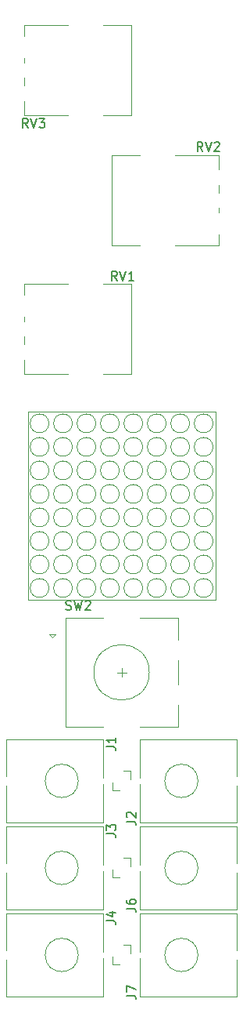
<source format=gbr>
G04 #@! TF.GenerationSoftware,KiCad,Pcbnew,(5.1.5)-3*
G04 #@! TF.CreationDate,2020-03-27T15:51:16+00:00*
G04 #@! TF.ProjectId,wagyu,77616779-752e-46b6-9963-61645f706362,rev?*
G04 #@! TF.SameCoordinates,Original*
G04 #@! TF.FileFunction,Legend,Top*
G04 #@! TF.FilePolarity,Positive*
%FSLAX46Y46*%
G04 Gerber Fmt 4.6, Leading zero omitted, Abs format (unit mm)*
G04 Created by KiCad (PCBNEW (5.1.5)-3) date 2020-03-27 15:51:16*
%MOMM*%
%LPD*%
G04 APERTURE LIST*
%ADD10C,0.120000*%
%ADD11C,0.150000*%
G04 APERTURE END LIST*
D10*
X41107000Y-96734000D02*
G75*
G03X41107000Y-96734000I-3000000J0D01*
G01*
X40107000Y-90834000D02*
X44207000Y-90834000D01*
X44207000Y-102634000D02*
X40107000Y-102634000D01*
X36107000Y-102634000D02*
X32007000Y-102634000D01*
X36107000Y-90834000D02*
X32007000Y-90834000D01*
X32007000Y-90834000D02*
X32007000Y-102634000D01*
X30607000Y-92934000D02*
X30307000Y-92634000D01*
X30307000Y-92634000D02*
X30907000Y-92634000D01*
X30907000Y-92634000D02*
X30607000Y-92934000D01*
X44207000Y-90834000D02*
X44207000Y-93234000D01*
X44207000Y-95434000D02*
X44207000Y-98034000D01*
X44207000Y-100234000D02*
X44207000Y-102634000D01*
X38107000Y-96234000D02*
X38107000Y-97234000D01*
X37607000Y-96734000D02*
X38607000Y-96734000D01*
X30226000Y-69850000D02*
G75*
G03X30226000Y-69850000I-1016000J0D01*
G01*
X32766000Y-69850000D02*
G75*
G03X32766000Y-69850000I-1016000J0D01*
G01*
X35306000Y-69850000D02*
G75*
G03X35306000Y-69850000I-1016000J0D01*
G01*
X37846000Y-69850000D02*
G75*
G03X37846000Y-69850000I-1016000J0D01*
G01*
X40386000Y-69850000D02*
G75*
G03X40386000Y-69850000I-1016000J0D01*
G01*
X42926000Y-69850000D02*
G75*
G03X42926000Y-69850000I-1016000J0D01*
G01*
X45466000Y-69850000D02*
G75*
G03X45466000Y-69850000I-1016000J0D01*
G01*
X48006000Y-69850000D02*
G75*
G03X48006000Y-69850000I-1016000J0D01*
G01*
X30226000Y-72390000D02*
G75*
G03X30226000Y-72390000I-1016000J0D01*
G01*
X32766000Y-72390000D02*
G75*
G03X32766000Y-72390000I-1016000J0D01*
G01*
X35306000Y-72390000D02*
G75*
G03X35306000Y-72390000I-1016000J0D01*
G01*
X37846000Y-72390000D02*
G75*
G03X37846000Y-72390000I-1016000J0D01*
G01*
X40386000Y-72390000D02*
G75*
G03X40386000Y-72390000I-1016000J0D01*
G01*
X42926000Y-72390000D02*
G75*
G03X42926000Y-72390000I-1016000J0D01*
G01*
X45466000Y-72390000D02*
G75*
G03X45466000Y-72390000I-1016000J0D01*
G01*
X48006000Y-72390000D02*
G75*
G03X48006000Y-72390000I-1016000J0D01*
G01*
X30226000Y-74930000D02*
G75*
G03X30226000Y-74930000I-1016000J0D01*
G01*
X32766000Y-74930000D02*
G75*
G03X32766000Y-74930000I-1016000J0D01*
G01*
X35306000Y-74930000D02*
G75*
G03X35306000Y-74930000I-1016000J0D01*
G01*
X37846000Y-74930000D02*
G75*
G03X37846000Y-74930000I-1016000J0D01*
G01*
X40386000Y-74930000D02*
G75*
G03X40386000Y-74930000I-1016000J0D01*
G01*
X42926000Y-74930000D02*
G75*
G03X42926000Y-74930000I-1016000J0D01*
G01*
X45466000Y-74930000D02*
G75*
G03X45466000Y-74930000I-1016000J0D01*
G01*
X48006000Y-74930000D02*
G75*
G03X48006000Y-74930000I-1016000J0D01*
G01*
X30226000Y-77470000D02*
G75*
G03X30226000Y-77470000I-1016000J0D01*
G01*
X32766000Y-77470000D02*
G75*
G03X32766000Y-77470000I-1016000J0D01*
G01*
X35306000Y-77470000D02*
G75*
G03X35306000Y-77470000I-1016000J0D01*
G01*
X37846000Y-77470000D02*
G75*
G03X37846000Y-77470000I-1016000J0D01*
G01*
X40386000Y-77470000D02*
G75*
G03X40386000Y-77470000I-1016000J0D01*
G01*
X42926000Y-77470000D02*
G75*
G03X42926000Y-77470000I-1016000J0D01*
G01*
X45466000Y-77470000D02*
G75*
G03X45466000Y-77470000I-1016000J0D01*
G01*
X48006000Y-77470000D02*
G75*
G03X48006000Y-77470000I-1016000J0D01*
G01*
X30226000Y-80010000D02*
G75*
G03X30226000Y-80010000I-1016000J0D01*
G01*
X32766000Y-80010000D02*
G75*
G03X32766000Y-80010000I-1016000J0D01*
G01*
X35306000Y-80010000D02*
G75*
G03X35306000Y-80010000I-1016000J0D01*
G01*
X37846000Y-80010000D02*
G75*
G03X37846000Y-80010000I-1016000J0D01*
G01*
X40386000Y-80010000D02*
G75*
G03X40386000Y-80010000I-1016000J0D01*
G01*
X42926000Y-80010000D02*
G75*
G03X42926000Y-80010000I-1016000J0D01*
G01*
X45466000Y-80010000D02*
G75*
G03X45466000Y-80010000I-1016000J0D01*
G01*
X48006000Y-80010000D02*
G75*
G03X48006000Y-80010000I-1016000J0D01*
G01*
X30226000Y-82550000D02*
G75*
G03X30226000Y-82550000I-1016000J0D01*
G01*
X32766000Y-82550000D02*
G75*
G03X32766000Y-82550000I-1016000J0D01*
G01*
X35306000Y-82550000D02*
G75*
G03X35306000Y-82550000I-1016000J0D01*
G01*
X37846000Y-82550000D02*
G75*
G03X37846000Y-82550000I-1016000J0D01*
G01*
X40386000Y-82550000D02*
G75*
G03X40386000Y-82550000I-1016000J0D01*
G01*
X42926000Y-82550000D02*
G75*
G03X42926000Y-82550000I-1016000J0D01*
G01*
X45466000Y-82550000D02*
G75*
G03X45466000Y-82550000I-1016000J0D01*
G01*
X48006000Y-82550000D02*
G75*
G03X48006000Y-82550000I-1016000J0D01*
G01*
X30226000Y-85090000D02*
G75*
G03X30226000Y-85090000I-1016000J0D01*
G01*
X32766000Y-85090000D02*
G75*
G03X32766000Y-85090000I-1016000J0D01*
G01*
X35306000Y-85090000D02*
G75*
G03X35306000Y-85090000I-1016000J0D01*
G01*
X37846000Y-85090000D02*
G75*
G03X37846000Y-85090000I-1016000J0D01*
G01*
X40386000Y-85090000D02*
G75*
G03X40386000Y-85090000I-1016000J0D01*
G01*
X42926000Y-85090000D02*
G75*
G03X42926000Y-85090000I-1016000J0D01*
G01*
X45466000Y-85090000D02*
G75*
G03X45466000Y-85090000I-1016000J0D01*
G01*
X48006000Y-85090000D02*
G75*
G03X48006000Y-85090000I-1016000J0D01*
G01*
X30226000Y-87630000D02*
G75*
G03X30226000Y-87630000I-1016000J0D01*
G01*
X32766000Y-87630000D02*
G75*
G03X32766000Y-87630000I-1016000J0D01*
G01*
X35306000Y-87630000D02*
G75*
G03X35306000Y-87630000I-1016000J0D01*
G01*
X37846000Y-87630000D02*
G75*
G03X37846000Y-87630000I-1016000J0D01*
G01*
X40386000Y-87630000D02*
G75*
G03X40386000Y-87630000I-1016000J0D01*
G01*
X42926000Y-87630000D02*
G75*
G03X42926000Y-87630000I-1016000J0D01*
G01*
X45466000Y-87630000D02*
G75*
G03X45466000Y-87630000I-1016000J0D01*
G01*
X48006000Y-87630000D02*
G75*
G03X48006000Y-87630000I-1016000J0D01*
G01*
X27940000Y-68580000D02*
X48260000Y-68580000D01*
X48260000Y-68580000D02*
X48260000Y-88900000D01*
X48260000Y-88900000D02*
X27940000Y-88900000D01*
X27940000Y-88900000D02*
X27940000Y-68580000D01*
X27550000Y-33370000D02*
X27550000Y-32540000D01*
X27550000Y-30920000D02*
X27550000Y-30390000D01*
X27550000Y-28020000D02*
X27550000Y-26840000D01*
X27550000Y-36580000D02*
X32270000Y-36580000D01*
X36080000Y-26840000D02*
X39140000Y-26840000D01*
X27550000Y-26830000D02*
X32270000Y-26830000D01*
X36080000Y-36580000D02*
X39140000Y-36580000D01*
X27550000Y-36580000D02*
X27550000Y-35090000D01*
X39140000Y-36580000D02*
X39140000Y-26840000D01*
X48650000Y-44100000D02*
X48650000Y-44930000D01*
X48650000Y-46550000D02*
X48650000Y-47080000D01*
X48650000Y-49450000D02*
X48650000Y-50630000D01*
X48650000Y-40890000D02*
X43930000Y-40890000D01*
X40120000Y-50630000D02*
X37060000Y-50630000D01*
X48650000Y-50640000D02*
X43930000Y-50640000D01*
X40120000Y-40890000D02*
X37060000Y-40890000D01*
X48650000Y-40890000D02*
X48650000Y-42380000D01*
X37060000Y-40890000D02*
X37060000Y-50630000D01*
X27550000Y-61310000D02*
X27550000Y-60480000D01*
X27550000Y-58860000D02*
X27550000Y-58330000D01*
X27550000Y-55960000D02*
X27550000Y-54780000D01*
X27550000Y-64520000D02*
X32270000Y-64520000D01*
X36080000Y-54780000D02*
X39140000Y-54780000D01*
X27550000Y-54770000D02*
X32270000Y-54770000D01*
X36080000Y-64520000D02*
X39140000Y-64520000D01*
X27550000Y-64520000D02*
X27550000Y-63030000D01*
X39140000Y-64520000D02*
X39140000Y-54780000D01*
X37100000Y-128314000D02*
X37100000Y-127454000D01*
X37100000Y-128314000D02*
X37900000Y-128314000D01*
X46380000Y-127254000D02*
G75*
G03X46380000Y-127254000I-1800000J0D01*
G01*
X40080000Y-127604000D02*
X40080000Y-131754000D01*
X40080000Y-122754000D02*
X40080000Y-126904000D01*
X50580000Y-127754000D02*
X50580000Y-131754000D01*
X50580000Y-122754000D02*
X50580000Y-126754000D01*
X40080000Y-122754000D02*
X50580000Y-122754000D01*
X40080000Y-131754000D02*
X50580000Y-131754000D01*
X37100000Y-118916000D02*
X37100000Y-118056000D01*
X37100000Y-118916000D02*
X37900000Y-118916000D01*
X46380000Y-117856000D02*
G75*
G03X46380000Y-117856000I-1800000J0D01*
G01*
X40080000Y-118206000D02*
X40080000Y-122356000D01*
X40080000Y-113356000D02*
X40080000Y-117506000D01*
X50580000Y-118356000D02*
X50580000Y-122356000D01*
X50580000Y-113356000D02*
X50580000Y-117356000D01*
X40080000Y-113356000D02*
X50580000Y-113356000D01*
X40080000Y-122356000D02*
X50580000Y-122356000D01*
X39100000Y-126194000D02*
X39100000Y-127054000D01*
X39100000Y-126194000D02*
X38300000Y-126194000D01*
X33420000Y-127254000D02*
G75*
G03X33420000Y-127254000I-1800000J0D01*
G01*
X36120000Y-126904000D02*
X36120000Y-122754000D01*
X36120000Y-131754000D02*
X36120000Y-127604000D01*
X25620000Y-126754000D02*
X25620000Y-122754000D01*
X25620000Y-131754000D02*
X25620000Y-127754000D01*
X36120000Y-131754000D02*
X25620000Y-131754000D01*
X36120000Y-122754000D02*
X25620000Y-122754000D01*
X39100000Y-116796000D02*
X39100000Y-117656000D01*
X39100000Y-116796000D02*
X38300000Y-116796000D01*
X33420000Y-117856000D02*
G75*
G03X33420000Y-117856000I-1800000J0D01*
G01*
X36120000Y-117506000D02*
X36120000Y-113356000D01*
X36120000Y-122356000D02*
X36120000Y-118206000D01*
X25620000Y-117356000D02*
X25620000Y-113356000D01*
X25620000Y-122356000D02*
X25620000Y-118356000D01*
X36120000Y-122356000D02*
X25620000Y-122356000D01*
X36120000Y-113356000D02*
X25620000Y-113356000D01*
X37100000Y-109518000D02*
X37100000Y-108658000D01*
X37100000Y-109518000D02*
X37900000Y-109518000D01*
X46380000Y-108458000D02*
G75*
G03X46380000Y-108458000I-1800000J0D01*
G01*
X40080000Y-108808000D02*
X40080000Y-112958000D01*
X40080000Y-103958000D02*
X40080000Y-108108000D01*
X50580000Y-108958000D02*
X50580000Y-112958000D01*
X50580000Y-103958000D02*
X50580000Y-107958000D01*
X40080000Y-103958000D02*
X50580000Y-103958000D01*
X40080000Y-112958000D02*
X50580000Y-112958000D01*
X39100000Y-107398000D02*
X39100000Y-108258000D01*
X39100000Y-107398000D02*
X38300000Y-107398000D01*
X33420000Y-108458000D02*
G75*
G03X33420000Y-108458000I-1800000J0D01*
G01*
X36120000Y-108108000D02*
X36120000Y-103958000D01*
X36120000Y-112958000D02*
X36120000Y-108808000D01*
X25620000Y-107958000D02*
X25620000Y-103958000D01*
X25620000Y-112958000D02*
X25620000Y-108958000D01*
X36120000Y-112958000D02*
X25620000Y-112958000D01*
X36120000Y-103958000D02*
X25620000Y-103958000D01*
D11*
X32073666Y-89938761D02*
X32216523Y-89986380D01*
X32454619Y-89986380D01*
X32549857Y-89938761D01*
X32597476Y-89891142D01*
X32645095Y-89795904D01*
X32645095Y-89700666D01*
X32597476Y-89605428D01*
X32549857Y-89557809D01*
X32454619Y-89510190D01*
X32264142Y-89462571D01*
X32168904Y-89414952D01*
X32121285Y-89367333D01*
X32073666Y-89272095D01*
X32073666Y-89176857D01*
X32121285Y-89081619D01*
X32168904Y-89034000D01*
X32264142Y-88986380D01*
X32502238Y-88986380D01*
X32645095Y-89034000D01*
X32978428Y-88986380D02*
X33216523Y-89986380D01*
X33407000Y-89272095D01*
X33597476Y-89986380D01*
X33835571Y-88986380D01*
X34168904Y-89081619D02*
X34216523Y-89034000D01*
X34311761Y-88986380D01*
X34549857Y-88986380D01*
X34645095Y-89034000D01*
X34692714Y-89081619D01*
X34740333Y-89176857D01*
X34740333Y-89272095D01*
X34692714Y-89414952D01*
X34121285Y-89986380D01*
X34740333Y-89986380D01*
X27979761Y-37917380D02*
X27646428Y-37441190D01*
X27408333Y-37917380D02*
X27408333Y-36917380D01*
X27789285Y-36917380D01*
X27884523Y-36965000D01*
X27932142Y-37012619D01*
X27979761Y-37107857D01*
X27979761Y-37250714D01*
X27932142Y-37345952D01*
X27884523Y-37393571D01*
X27789285Y-37441190D01*
X27408333Y-37441190D01*
X28265476Y-36917380D02*
X28598809Y-37917380D01*
X28932142Y-36917380D01*
X29170238Y-36917380D02*
X29789285Y-36917380D01*
X29455952Y-37298333D01*
X29598809Y-37298333D01*
X29694047Y-37345952D01*
X29741666Y-37393571D01*
X29789285Y-37488809D01*
X29789285Y-37726904D01*
X29741666Y-37822142D01*
X29694047Y-37869761D01*
X29598809Y-37917380D01*
X29313095Y-37917380D01*
X29217857Y-37869761D01*
X29170238Y-37822142D01*
X46902761Y-40457380D02*
X46569428Y-39981190D01*
X46331333Y-40457380D02*
X46331333Y-39457380D01*
X46712285Y-39457380D01*
X46807523Y-39505000D01*
X46855142Y-39552619D01*
X46902761Y-39647857D01*
X46902761Y-39790714D01*
X46855142Y-39885952D01*
X46807523Y-39933571D01*
X46712285Y-39981190D01*
X46331333Y-39981190D01*
X47188476Y-39457380D02*
X47521809Y-40457380D01*
X47855142Y-39457380D01*
X48140857Y-39552619D02*
X48188476Y-39505000D01*
X48283714Y-39457380D01*
X48521809Y-39457380D01*
X48617047Y-39505000D01*
X48664666Y-39552619D01*
X48712285Y-39647857D01*
X48712285Y-39743095D01*
X48664666Y-39885952D01*
X48093238Y-40457380D01*
X48712285Y-40457380D01*
X37631761Y-54427380D02*
X37298428Y-53951190D01*
X37060333Y-54427380D02*
X37060333Y-53427380D01*
X37441285Y-53427380D01*
X37536523Y-53475000D01*
X37584142Y-53522619D01*
X37631761Y-53617857D01*
X37631761Y-53760714D01*
X37584142Y-53855952D01*
X37536523Y-53903571D01*
X37441285Y-53951190D01*
X37060333Y-53951190D01*
X37917476Y-53427380D02*
X38250809Y-54427380D01*
X38584142Y-53427380D01*
X39441285Y-54427380D02*
X38869857Y-54427380D01*
X39155571Y-54427380D02*
X39155571Y-53427380D01*
X39060333Y-53570238D01*
X38965095Y-53665476D01*
X38869857Y-53713095D01*
X38632380Y-131617333D02*
X39346666Y-131617333D01*
X39489523Y-131664952D01*
X39584761Y-131760190D01*
X39632380Y-131903047D01*
X39632380Y-131998285D01*
X38632380Y-131236380D02*
X38632380Y-130569714D01*
X39632380Y-130998285D01*
X38632380Y-122219333D02*
X39346666Y-122219333D01*
X39489523Y-122266952D01*
X39584761Y-122362190D01*
X39632380Y-122505047D01*
X39632380Y-122600285D01*
X38632380Y-121314571D02*
X38632380Y-121505047D01*
X38680000Y-121600285D01*
X38727619Y-121647904D01*
X38870476Y-121743142D01*
X39060952Y-121790761D01*
X39441904Y-121790761D01*
X39537142Y-121743142D01*
X39584761Y-121695523D01*
X39632380Y-121600285D01*
X39632380Y-121409809D01*
X39584761Y-121314571D01*
X39537142Y-121266952D01*
X39441904Y-121219333D01*
X39203809Y-121219333D01*
X39108571Y-121266952D01*
X39060952Y-121314571D01*
X39013333Y-121409809D01*
X39013333Y-121600285D01*
X39060952Y-121695523D01*
X39108571Y-121743142D01*
X39203809Y-121790761D01*
X36472380Y-123557333D02*
X37186666Y-123557333D01*
X37329523Y-123604952D01*
X37424761Y-123700190D01*
X37472380Y-123843047D01*
X37472380Y-123938285D01*
X36805714Y-122652571D02*
X37472380Y-122652571D01*
X36424761Y-122890666D02*
X37139047Y-123128761D01*
X37139047Y-122509714D01*
X36472380Y-114159333D02*
X37186666Y-114159333D01*
X37329523Y-114206952D01*
X37424761Y-114302190D01*
X37472380Y-114445047D01*
X37472380Y-114540285D01*
X36472380Y-113778380D02*
X36472380Y-113159333D01*
X36853333Y-113492666D01*
X36853333Y-113349809D01*
X36900952Y-113254571D01*
X36948571Y-113206952D01*
X37043809Y-113159333D01*
X37281904Y-113159333D01*
X37377142Y-113206952D01*
X37424761Y-113254571D01*
X37472380Y-113349809D01*
X37472380Y-113635523D01*
X37424761Y-113730761D01*
X37377142Y-113778380D01*
X38632380Y-112821333D02*
X39346666Y-112821333D01*
X39489523Y-112868952D01*
X39584761Y-112964190D01*
X39632380Y-113107047D01*
X39632380Y-113202285D01*
X38727619Y-112392761D02*
X38680000Y-112345142D01*
X38632380Y-112249904D01*
X38632380Y-112011809D01*
X38680000Y-111916571D01*
X38727619Y-111868952D01*
X38822857Y-111821333D01*
X38918095Y-111821333D01*
X39060952Y-111868952D01*
X39632380Y-112440380D01*
X39632380Y-111821333D01*
X36472380Y-104761333D02*
X37186666Y-104761333D01*
X37329523Y-104808952D01*
X37424761Y-104904190D01*
X37472380Y-105047047D01*
X37472380Y-105142285D01*
X37472380Y-103761333D02*
X37472380Y-104332761D01*
X37472380Y-104047047D02*
X36472380Y-104047047D01*
X36615238Y-104142285D01*
X36710476Y-104237523D01*
X36758095Y-104332761D01*
M02*

</source>
